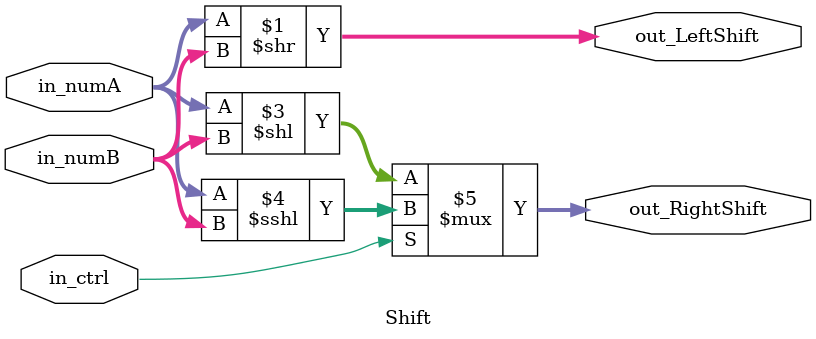
<source format=v>
module Shift(in_numA, in_numB, in_ctrl, out_LeftShift, out_RightShift);
    parameter DATA_WIDTH = 64;

    input   in_ctrl;
    input   [DATA_WIDTH - 1:0] in_numA, in_numB;

    output  [DATA_WIDTH - 1:0] out_LeftShift, out_RightShift;

    assign out_LeftShift = in_numA >> in_numB;
    assign out_RightShift = (!in_ctrl) ? (in_numA << in_numB) : (in_numA <<< in_numB);
endmodule
</source>
